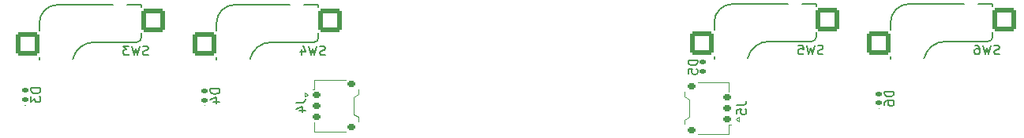
<source format=gbo>
G04 #@! TF.GenerationSoftware,KiCad,Pcbnew,7.0.9*
G04 #@! TF.CreationDate,2023-12-24T11:08:21-08:00*
G04 #@! TF.ProjectId,4k-mania-keypad,346b2d6d-616e-4696-912d-6b6579706164,rev?*
G04 #@! TF.SameCoordinates,PX5ac6868PY7028288*
G04 #@! TF.FileFunction,Legend,Bot*
G04 #@! TF.FilePolarity,Positive*
%FSLAX46Y46*%
G04 Gerber Fmt 4.6, Leading zero omitted, Abs format (unit mm)*
G04 Created by KiCad (PCBNEW 7.0.9) date 2023-12-24 11:08:21*
%MOMM*%
%LPD*%
G01*
G04 APERTURE LIST*
G04 Aperture macros list*
%AMRoundRect*
0 Rectangle with rounded corners*
0 $1 Rounding radius*
0 $2 $3 $4 $5 $6 $7 $8 $9 X,Y pos of 4 corners*
0 Add a 4 corners polygon primitive as box body*
4,1,4,$2,$3,$4,$5,$6,$7,$8,$9,$2,$3,0*
0 Add four circle primitives for the rounded corners*
1,1,$1+$1,$2,$3*
1,1,$1+$1,$4,$5*
1,1,$1+$1,$6,$7*
1,1,$1+$1,$8,$9*
0 Add four rect primitives between the rounded corners*
20,1,$1+$1,$2,$3,$4,$5,0*
20,1,$1+$1,$4,$5,$6,$7,0*
20,1,$1+$1,$6,$7,$8,$9,0*
20,1,$1+$1,$8,$9,$2,$3,0*%
G04 Aperture macros list end*
%ADD10C,0.150000*%
%ADD11C,0.100000*%
%ADD12C,0.120000*%
%ADD13R,2.000000X2.000000*%
%ADD14C,2.000000*%
%ADD15R,3.200000X2.000000*%
%ADD16C,0.750000*%
%ADD17C,0.650000*%
%ADD18O,1.200000X2.250000*%
%ADD19RoundRect,0.147500X0.172500X-0.147500X0.172500X0.147500X-0.172500X0.147500X-0.172500X-0.147500X0*%
%ADD20C,1.750000*%
%ADD21C,3.987800*%
%ADD22C,3.300000*%
%ADD23RoundRect,0.250000X1.025000X1.000000X-1.025000X1.000000X-1.025000X-1.000000X1.025000X-1.000000X0*%
%ADD24RoundRect,0.150000X-0.275000X0.150000X-0.275000X-0.150000X0.275000X-0.150000X0.275000X0.150000X0*%
%ADD25RoundRect,0.175000X-0.225000X0.175000X-0.225000X-0.175000X0.225000X-0.175000X0.225000X0.175000X0*%
%ADD26RoundRect,0.150000X0.275000X-0.150000X0.275000X0.150000X-0.275000X0.150000X-0.275000X-0.150000X0*%
%ADD27RoundRect,0.175000X0.225000X-0.175000X0.225000X0.175000X-0.225000X0.175000X-0.225000X-0.175000X0*%
G04 APERTURE END LIST*
D10*
X3569819Y7263095D02*
X2569819Y7263095D01*
X2569819Y7263095D02*
X2569819Y7025000D01*
X2569819Y7025000D02*
X2617438Y6882143D01*
X2617438Y6882143D02*
X2712676Y6786905D01*
X2712676Y6786905D02*
X2807914Y6739286D01*
X2807914Y6739286D02*
X2998390Y6691667D01*
X2998390Y6691667D02*
X3141247Y6691667D01*
X3141247Y6691667D02*
X3331723Y6739286D01*
X3331723Y6739286D02*
X3426961Y6786905D01*
X3426961Y6786905D02*
X3522200Y6882143D01*
X3522200Y6882143D02*
X3569819Y7025000D01*
X3569819Y7025000D02*
X3569819Y7263095D01*
X2569819Y6358333D02*
X2569819Y5739286D01*
X2569819Y5739286D02*
X2950771Y6072619D01*
X2950771Y6072619D02*
X2950771Y5929762D01*
X2950771Y5929762D02*
X2998390Y5834524D01*
X2998390Y5834524D02*
X3046009Y5786905D01*
X3046009Y5786905D02*
X3141247Y5739286D01*
X3141247Y5739286D02*
X3379342Y5739286D01*
X3379342Y5739286D02*
X3474580Y5786905D01*
X3474580Y5786905D02*
X3522200Y5834524D01*
X3522200Y5834524D02*
X3569819Y5929762D01*
X3569819Y5929762D02*
X3569819Y6215476D01*
X3569819Y6215476D02*
X3522200Y6310714D01*
X3522200Y6310714D02*
X3474580Y6358333D01*
X87478332Y10947800D02*
X87335475Y10900181D01*
X87335475Y10900181D02*
X87097380Y10900181D01*
X87097380Y10900181D02*
X87002142Y10947800D01*
X87002142Y10947800D02*
X86954523Y10995420D01*
X86954523Y10995420D02*
X86906904Y11090658D01*
X86906904Y11090658D02*
X86906904Y11185896D01*
X86906904Y11185896D02*
X86954523Y11281134D01*
X86954523Y11281134D02*
X87002142Y11328753D01*
X87002142Y11328753D02*
X87097380Y11376372D01*
X87097380Y11376372D02*
X87287856Y11423991D01*
X87287856Y11423991D02*
X87383094Y11471610D01*
X87383094Y11471610D02*
X87430713Y11519229D01*
X87430713Y11519229D02*
X87478332Y11614467D01*
X87478332Y11614467D02*
X87478332Y11709705D01*
X87478332Y11709705D02*
X87430713Y11804943D01*
X87430713Y11804943D02*
X87383094Y11852562D01*
X87383094Y11852562D02*
X87287856Y11900181D01*
X87287856Y11900181D02*
X87049761Y11900181D01*
X87049761Y11900181D02*
X86906904Y11852562D01*
X86573570Y11900181D02*
X86335475Y10900181D01*
X86335475Y10900181D02*
X86144999Y11614467D01*
X86144999Y11614467D02*
X85954523Y10900181D01*
X85954523Y10900181D02*
X85716428Y11900181D01*
X84859285Y11900181D02*
X85335475Y11900181D01*
X85335475Y11900181D02*
X85383094Y11423991D01*
X85383094Y11423991D02*
X85335475Y11471610D01*
X85335475Y11471610D02*
X85240237Y11519229D01*
X85240237Y11519229D02*
X85002142Y11519229D01*
X85002142Y11519229D02*
X84906904Y11471610D01*
X84906904Y11471610D02*
X84859285Y11423991D01*
X84859285Y11423991D02*
X84811666Y11328753D01*
X84811666Y11328753D02*
X84811666Y11090658D01*
X84811666Y11090658D02*
X84859285Y10995420D01*
X84859285Y10995420D02*
X84906904Y10947800D01*
X84906904Y10947800D02*
X85002142Y10900181D01*
X85002142Y10900181D02*
X85240237Y10900181D01*
X85240237Y10900181D02*
X85335475Y10947800D01*
X85335475Y10947800D02*
X85383094Y10995420D01*
X30999819Y5708334D02*
X31714104Y5708334D01*
X31714104Y5708334D02*
X31856961Y5755953D01*
X31856961Y5755953D02*
X31952200Y5851191D01*
X31952200Y5851191D02*
X31999819Y5994048D01*
X31999819Y5994048D02*
X31999819Y6089286D01*
X31333152Y4803572D02*
X31999819Y4803572D01*
X30952200Y5041667D02*
X31666485Y5279762D01*
X31666485Y5279762D02*
X31666485Y4660715D01*
X95077559Y6905433D02*
X94077559Y6905433D01*
X94077559Y6905433D02*
X94077559Y6667338D01*
X94077559Y6667338D02*
X94125178Y6524481D01*
X94125178Y6524481D02*
X94220416Y6429243D01*
X94220416Y6429243D02*
X94315654Y6381624D01*
X94315654Y6381624D02*
X94506130Y6334005D01*
X94506130Y6334005D02*
X94648987Y6334005D01*
X94648987Y6334005D02*
X94839463Y6381624D01*
X94839463Y6381624D02*
X94934701Y6429243D01*
X94934701Y6429243D02*
X95029940Y6524481D01*
X95029940Y6524481D02*
X95077559Y6667338D01*
X95077559Y6667338D02*
X95077559Y6905433D01*
X94077559Y5476862D02*
X94077559Y5667338D01*
X94077559Y5667338D02*
X94125178Y5762576D01*
X94125178Y5762576D02*
X94172797Y5810195D01*
X94172797Y5810195D02*
X94315654Y5905433D01*
X94315654Y5905433D02*
X94506130Y5953052D01*
X94506130Y5953052D02*
X94887082Y5953052D01*
X94887082Y5953052D02*
X94982320Y5905433D01*
X94982320Y5905433D02*
X95029940Y5857814D01*
X95029940Y5857814D02*
X95077559Y5762576D01*
X95077559Y5762576D02*
X95077559Y5572100D01*
X95077559Y5572100D02*
X95029940Y5476862D01*
X95029940Y5476862D02*
X94982320Y5429243D01*
X94982320Y5429243D02*
X94887082Y5381624D01*
X94887082Y5381624D02*
X94648987Y5381624D01*
X94648987Y5381624D02*
X94553749Y5429243D01*
X94553749Y5429243D02*
X94506130Y5476862D01*
X94506130Y5476862D02*
X94458511Y5572100D01*
X94458511Y5572100D02*
X94458511Y5762576D01*
X94458511Y5762576D02*
X94506130Y5857814D01*
X94506130Y5857814D02*
X94553749Y5905433D01*
X94553749Y5905433D02*
X94648987Y5953052D01*
X106398332Y10947800D02*
X106255475Y10900181D01*
X106255475Y10900181D02*
X106017380Y10900181D01*
X106017380Y10900181D02*
X105922142Y10947800D01*
X105922142Y10947800D02*
X105874523Y10995420D01*
X105874523Y10995420D02*
X105826904Y11090658D01*
X105826904Y11090658D02*
X105826904Y11185896D01*
X105826904Y11185896D02*
X105874523Y11281134D01*
X105874523Y11281134D02*
X105922142Y11328753D01*
X105922142Y11328753D02*
X106017380Y11376372D01*
X106017380Y11376372D02*
X106207856Y11423991D01*
X106207856Y11423991D02*
X106303094Y11471610D01*
X106303094Y11471610D02*
X106350713Y11519229D01*
X106350713Y11519229D02*
X106398332Y11614467D01*
X106398332Y11614467D02*
X106398332Y11709705D01*
X106398332Y11709705D02*
X106350713Y11804943D01*
X106350713Y11804943D02*
X106303094Y11852562D01*
X106303094Y11852562D02*
X106207856Y11900181D01*
X106207856Y11900181D02*
X105969761Y11900181D01*
X105969761Y11900181D02*
X105826904Y11852562D01*
X105493570Y11900181D02*
X105255475Y10900181D01*
X105255475Y10900181D02*
X105064999Y11614467D01*
X105064999Y11614467D02*
X104874523Y10900181D01*
X104874523Y10900181D02*
X104636428Y11900181D01*
X103826904Y11900181D02*
X104017380Y11900181D01*
X104017380Y11900181D02*
X104112618Y11852562D01*
X104112618Y11852562D02*
X104160237Y11804943D01*
X104160237Y11804943D02*
X104255475Y11662086D01*
X104255475Y11662086D02*
X104303094Y11471610D01*
X104303094Y11471610D02*
X104303094Y11090658D01*
X104303094Y11090658D02*
X104255475Y10995420D01*
X104255475Y10995420D02*
X104207856Y10947800D01*
X104207856Y10947800D02*
X104112618Y10900181D01*
X104112618Y10900181D02*
X103922142Y10900181D01*
X103922142Y10900181D02*
X103826904Y10947800D01*
X103826904Y10947800D02*
X103779285Y10995420D01*
X103779285Y10995420D02*
X103731666Y11090658D01*
X103731666Y11090658D02*
X103731666Y11328753D01*
X103731666Y11328753D02*
X103779285Y11423991D01*
X103779285Y11423991D02*
X103826904Y11471610D01*
X103826904Y11471610D02*
X103922142Y11519229D01*
X103922142Y11519229D02*
X104112618Y11519229D01*
X104112618Y11519229D02*
X104207856Y11471610D01*
X104207856Y11471610D02*
X104255475Y11423991D01*
X104255475Y11423991D02*
X104303094Y11328753D01*
X34108332Y10867800D02*
X33965475Y10820181D01*
X33965475Y10820181D02*
X33727380Y10820181D01*
X33727380Y10820181D02*
X33632142Y10867800D01*
X33632142Y10867800D02*
X33584523Y10915420D01*
X33584523Y10915420D02*
X33536904Y11010658D01*
X33536904Y11010658D02*
X33536904Y11105896D01*
X33536904Y11105896D02*
X33584523Y11201134D01*
X33584523Y11201134D02*
X33632142Y11248753D01*
X33632142Y11248753D02*
X33727380Y11296372D01*
X33727380Y11296372D02*
X33917856Y11343991D01*
X33917856Y11343991D02*
X34013094Y11391610D01*
X34013094Y11391610D02*
X34060713Y11439229D01*
X34060713Y11439229D02*
X34108332Y11534467D01*
X34108332Y11534467D02*
X34108332Y11629705D01*
X34108332Y11629705D02*
X34060713Y11724943D01*
X34060713Y11724943D02*
X34013094Y11772562D01*
X34013094Y11772562D02*
X33917856Y11820181D01*
X33917856Y11820181D02*
X33679761Y11820181D01*
X33679761Y11820181D02*
X33536904Y11772562D01*
X33203570Y11820181D02*
X32965475Y10820181D01*
X32965475Y10820181D02*
X32774999Y11534467D01*
X32774999Y11534467D02*
X32584523Y10820181D01*
X32584523Y10820181D02*
X32346428Y11820181D01*
X31536904Y11486848D02*
X31536904Y10820181D01*
X31774999Y11867800D02*
X32013094Y11153515D01*
X32013094Y11153515D02*
X31394047Y11153515D01*
X78259819Y5438334D02*
X78974104Y5438334D01*
X78974104Y5438334D02*
X79116961Y5485953D01*
X79116961Y5485953D02*
X79212200Y5581191D01*
X79212200Y5581191D02*
X79259819Y5724048D01*
X79259819Y5724048D02*
X79259819Y5819286D01*
X78259819Y4485953D02*
X78259819Y4962143D01*
X78259819Y4962143D02*
X78736009Y5009762D01*
X78736009Y5009762D02*
X78688390Y4962143D01*
X78688390Y4962143D02*
X78640771Y4866905D01*
X78640771Y4866905D02*
X78640771Y4628810D01*
X78640771Y4628810D02*
X78688390Y4533572D01*
X78688390Y4533572D02*
X78736009Y4485953D01*
X78736009Y4485953D02*
X78831247Y4438334D01*
X78831247Y4438334D02*
X79069342Y4438334D01*
X79069342Y4438334D02*
X79164580Y4485953D01*
X79164580Y4485953D02*
X79212200Y4533572D01*
X79212200Y4533572D02*
X79259819Y4628810D01*
X79259819Y4628810D02*
X79259819Y4866905D01*
X79259819Y4866905D02*
X79212200Y4962143D01*
X79212200Y4962143D02*
X79164580Y5009762D01*
X74039116Y10292430D02*
X73039116Y10292430D01*
X73039116Y10292430D02*
X73039116Y10054335D01*
X73039116Y10054335D02*
X73086735Y9911478D01*
X73086735Y9911478D02*
X73181973Y9816240D01*
X73181973Y9816240D02*
X73277211Y9768621D01*
X73277211Y9768621D02*
X73467687Y9721002D01*
X73467687Y9721002D02*
X73610544Y9721002D01*
X73610544Y9721002D02*
X73801020Y9768621D01*
X73801020Y9768621D02*
X73896258Y9816240D01*
X73896258Y9816240D02*
X73991497Y9911478D01*
X73991497Y9911478D02*
X74039116Y10054335D01*
X74039116Y10054335D02*
X74039116Y10292430D01*
X73039116Y8816240D02*
X73039116Y9292430D01*
X73039116Y9292430D02*
X73515306Y9340049D01*
X73515306Y9340049D02*
X73467687Y9292430D01*
X73467687Y9292430D02*
X73420068Y9197192D01*
X73420068Y9197192D02*
X73420068Y8959097D01*
X73420068Y8959097D02*
X73467687Y8863859D01*
X73467687Y8863859D02*
X73515306Y8816240D01*
X73515306Y8816240D02*
X73610544Y8768621D01*
X73610544Y8768621D02*
X73848639Y8768621D01*
X73848639Y8768621D02*
X73943877Y8816240D01*
X73943877Y8816240D02*
X73991497Y8863859D01*
X73991497Y8863859D02*
X74039116Y8959097D01*
X74039116Y8959097D02*
X74039116Y9197192D01*
X74039116Y9197192D02*
X73991497Y9292430D01*
X73991497Y9292430D02*
X73943877Y9340049D01*
X22786757Y7208447D02*
X21786757Y7208447D01*
X21786757Y7208447D02*
X21786757Y6970352D01*
X21786757Y6970352D02*
X21834376Y6827495D01*
X21834376Y6827495D02*
X21929614Y6732257D01*
X21929614Y6732257D02*
X22024852Y6684638D01*
X22024852Y6684638D02*
X22215328Y6637019D01*
X22215328Y6637019D02*
X22358185Y6637019D01*
X22358185Y6637019D02*
X22548661Y6684638D01*
X22548661Y6684638D02*
X22643899Y6732257D01*
X22643899Y6732257D02*
X22739138Y6827495D01*
X22739138Y6827495D02*
X22786757Y6970352D01*
X22786757Y6970352D02*
X22786757Y7208447D01*
X22120090Y5779876D02*
X22786757Y5779876D01*
X21739138Y6017971D02*
X22453423Y6256066D01*
X22453423Y6256066D02*
X22453423Y5637019D01*
X15108332Y10867800D02*
X14965475Y10820181D01*
X14965475Y10820181D02*
X14727380Y10820181D01*
X14727380Y10820181D02*
X14632142Y10867800D01*
X14632142Y10867800D02*
X14584523Y10915420D01*
X14584523Y10915420D02*
X14536904Y11010658D01*
X14536904Y11010658D02*
X14536904Y11105896D01*
X14536904Y11105896D02*
X14584523Y11201134D01*
X14584523Y11201134D02*
X14632142Y11248753D01*
X14632142Y11248753D02*
X14727380Y11296372D01*
X14727380Y11296372D02*
X14917856Y11343991D01*
X14917856Y11343991D02*
X15013094Y11391610D01*
X15013094Y11391610D02*
X15060713Y11439229D01*
X15060713Y11439229D02*
X15108332Y11534467D01*
X15108332Y11534467D02*
X15108332Y11629705D01*
X15108332Y11629705D02*
X15060713Y11724943D01*
X15060713Y11724943D02*
X15013094Y11772562D01*
X15013094Y11772562D02*
X14917856Y11820181D01*
X14917856Y11820181D02*
X14679761Y11820181D01*
X14679761Y11820181D02*
X14536904Y11772562D01*
X14203570Y11820181D02*
X13965475Y10820181D01*
X13965475Y10820181D02*
X13774999Y11534467D01*
X13774999Y11534467D02*
X13584523Y10820181D01*
X13584523Y10820181D02*
X13346428Y11820181D01*
X13060713Y11820181D02*
X12441666Y11820181D01*
X12441666Y11820181D02*
X12774999Y11439229D01*
X12774999Y11439229D02*
X12632142Y11439229D01*
X12632142Y11439229D02*
X12536904Y11391610D01*
X12536904Y11391610D02*
X12489285Y11343991D01*
X12489285Y11343991D02*
X12441666Y11248753D01*
X12441666Y11248753D02*
X12441666Y11010658D01*
X12441666Y11010658D02*
X12489285Y10915420D01*
X12489285Y10915420D02*
X12536904Y10867800D01*
X12536904Y10867800D02*
X12632142Y10820181D01*
X12632142Y10820181D02*
X12917856Y10820181D01*
X12917856Y10820181D02*
X13013094Y10867800D01*
X13013094Y10867800D02*
X13060713Y10915420D01*
D11*
X1995000Y5435000D02*
G75*
G03*
X1995000Y5435000I-50000J0D01*
G01*
D10*
X86759824Y13275220D02*
X86759824Y12805220D01*
X86759824Y16355220D02*
X86759824Y16125220D01*
X86259824Y12305220D02*
X81695000Y12305220D01*
X85209824Y16355220D02*
X86759824Y16355220D01*
X77809824Y16355220D02*
X83709824Y16355220D01*
X75809824Y10705220D02*
X75809824Y10465220D01*
X75809824Y13555220D02*
X75809824Y14355220D01*
X86259824Y12305220D02*
G75*
G03*
X86759824Y12805220I-1J500001D01*
G01*
X81695000Y12305219D02*
G75*
G03*
X79400679Y10465220I-866J-2349331D01*
G01*
X77809824Y16355220D02*
G75*
G03*
X75809824Y14355220I-15J-1999985D01*
G01*
D12*
X36285000Y8185000D02*
X32955000Y8185000D01*
X32955000Y8185000D02*
X32955000Y7135000D01*
X32955000Y7135000D02*
X32745000Y7135000D01*
X37675000Y7115000D02*
X37675000Y6615000D01*
X31891447Y6825000D02*
X32245000Y6575000D01*
X37675000Y6615000D02*
X37175000Y6315000D01*
X32245000Y6575000D02*
X31891447Y6325000D01*
X31891447Y6325000D02*
X31891447Y6825000D01*
X37175000Y6315000D02*
X37175000Y4435000D01*
X37175000Y4435000D02*
X37675000Y4135000D01*
X37675000Y4135000D02*
X37675000Y3635000D01*
X36285000Y2565000D02*
X32955000Y2565000D01*
X32955000Y2565000D02*
X32955000Y3615000D01*
D11*
X93502740Y5077338D02*
G75*
G03*
X93502740Y5077338I-50000J0D01*
G01*
D10*
X105679824Y13275220D02*
X105679824Y12805220D01*
X105679824Y16355220D02*
X105679824Y16125220D01*
X105179824Y12305220D02*
X100615000Y12305220D01*
X104129824Y16355220D02*
X105679824Y16355220D01*
X96729824Y16355220D02*
X102629824Y16355220D01*
X94729824Y10705220D02*
X94729824Y10465220D01*
X94729824Y13555220D02*
X94729824Y14355220D01*
X105179824Y12305220D02*
G75*
G03*
X105679824Y12805220I-1J500001D01*
G01*
X100615000Y12305219D02*
G75*
G03*
X98320679Y10465220I-866J-2349331D01*
G01*
X96729824Y16355220D02*
G75*
G03*
X94729824Y14355220I-15J-1999985D01*
G01*
X33389824Y13195220D02*
X33389824Y12725220D01*
X33389824Y16275220D02*
X33389824Y16045220D01*
X32889824Y12225220D02*
X28325000Y12225220D01*
X31839824Y16275220D02*
X33389824Y16275220D01*
X24439824Y16275220D02*
X30339824Y16275220D01*
X22439824Y10625220D02*
X22439824Y10385220D01*
X22439824Y13475220D02*
X22439824Y14275220D01*
X32889824Y12225220D02*
G75*
G03*
X33389824Y12725220I-1J500001D01*
G01*
X28325000Y12225219D02*
G75*
G03*
X26030679Y10385220I-866J-2349331D01*
G01*
X24439824Y16275220D02*
G75*
G03*
X22439824Y14275220I-15J-1999985D01*
G01*
D12*
X74065000Y2295000D02*
X77395000Y2295000D01*
X77395000Y2295000D02*
X77395000Y3345000D01*
X77395000Y3345000D02*
X77605000Y3345000D01*
X72675000Y3365000D02*
X72675000Y3865000D01*
X78458553Y3655000D02*
X78105000Y3905000D01*
X72675000Y3865000D02*
X73175000Y4165000D01*
X78105000Y3905000D02*
X78458553Y4155000D01*
X78458553Y4155000D02*
X78458553Y3655000D01*
X73175000Y4165000D02*
X73175000Y6045000D01*
X73175000Y6045000D02*
X72675000Y6345000D01*
X72675000Y6345000D02*
X72675000Y6845000D01*
X74065000Y7915000D02*
X77395000Y7915000D01*
X77395000Y7915000D02*
X77395000Y6865000D01*
D11*
X74600091Y8487676D02*
G75*
G03*
X74600091Y8487676I-50000J0D01*
G01*
X21211938Y5380352D02*
G75*
G03*
X21211938Y5380352I-50000J0D01*
G01*
D10*
X14389824Y13195220D02*
X14389824Y12725220D01*
X14389824Y16275220D02*
X14389824Y16045220D01*
X13889824Y12225220D02*
X9325000Y12225220D01*
X12839824Y16275220D02*
X14389824Y16275220D01*
X5439824Y16275220D02*
X11339824Y16275220D01*
X3439824Y10625220D02*
X3439824Y10385220D01*
X3439824Y13475220D02*
X3439824Y14275220D01*
X13889824Y12225220D02*
G75*
G03*
X14389824Y12725220I-1J500001D01*
G01*
X9325000Y12225219D02*
G75*
G03*
X7030679Y10385220I-866J-2349331D01*
G01*
X5439824Y16275220D02*
G75*
G03*
X3439824Y14275220I-15J-1999985D01*
G01*
%LPC*%
D13*
X16315000Y28105000D03*
D14*
X16315000Y33105000D03*
X16315000Y30605000D03*
D15*
X8815000Y25005000D03*
X8815000Y36205000D03*
D14*
X1815000Y33105000D03*
X1815000Y28105000D03*
D16*
X17090000Y20355000D03*
X18360000Y20355000D03*
X19630000Y20355000D03*
X20900000Y20355000D03*
D13*
X95315000Y33105000D03*
D14*
X95315000Y28105000D03*
X95315000Y30605000D03*
D15*
X102815000Y36205000D03*
X102815000Y25005000D03*
D14*
X109815000Y28105000D03*
X109815000Y33105000D03*
D17*
X59555000Y38665000D03*
X52055000Y38665000D03*
D18*
X61400000Y43345000D03*
X61380000Y38745000D03*
X50250000Y43345000D03*
X50230000Y38745000D03*
D16*
X89410000Y20355000D03*
X90680000Y20355000D03*
X91950000Y20355000D03*
X93220000Y20355000D03*
D19*
X1945000Y6040000D03*
X1945000Y7010000D03*
D20*
X86975000Y9605000D03*
D21*
X81895000Y9605000D03*
D20*
X76815000Y9605000D03*
D22*
X78085000Y12145000D03*
D23*
X74535000Y12145000D03*
X87985000Y14685000D03*
D22*
X84435000Y14685000D03*
D24*
X33170000Y6575000D03*
X33170000Y5375000D03*
X33170000Y4175000D03*
D25*
X36945000Y7725000D03*
X36945000Y3025000D03*
D19*
X93452740Y5682338D03*
X93452740Y6652338D03*
D20*
X105895000Y9605000D03*
D21*
X100815000Y9605000D03*
D20*
X95735000Y9605000D03*
D22*
X97005000Y12145000D03*
D23*
X93455000Y12145000D03*
X106905000Y14685000D03*
D22*
X103355000Y14685000D03*
D20*
X33605000Y9525000D03*
D21*
X28525000Y9525000D03*
D20*
X23445000Y9525000D03*
D22*
X24715000Y12065000D03*
D23*
X21165000Y12065000D03*
X34615000Y14605000D03*
D22*
X31065000Y14605000D03*
D26*
X77180000Y3905000D03*
X77180000Y5105000D03*
X77180000Y6305000D03*
D27*
X73405000Y2755000D03*
X73405000Y7455000D03*
D19*
X74550091Y9092676D03*
X74550091Y10062676D03*
X21161938Y5985352D03*
X21161938Y6955352D03*
D20*
X14605000Y9525000D03*
D21*
X9525000Y9525000D03*
D20*
X4445000Y9525000D03*
D22*
X5715000Y12065000D03*
D23*
X2165000Y12065000D03*
X15615000Y14605000D03*
D22*
X12065000Y14605000D03*
%LPD*%
M02*

</source>
